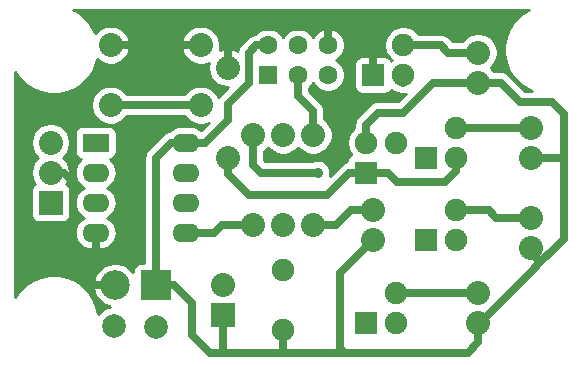
<source format=gbl>
G04 #@! TF.GenerationSoftware,KiCad,Pcbnew,(5.1.0)-1*
G04 #@! TF.CreationDate,2020-04-07T09:07:39+01:00*
G04 #@! TF.ProjectId,TV_B_Gone_ML_v1_2,54565f42-5f47-46f6-9e65-5f4d4c5f7631,rev?*
G04 #@! TF.SameCoordinates,Original*
G04 #@! TF.FileFunction,Copper,L2,Bot*
G04 #@! TF.FilePolarity,Positive*
%FSLAX46Y46*%
G04 Gerber Fmt 4.6, Leading zero omitted, Abs format (unit mm)*
G04 Created by KiCad (PCBNEW (5.1.0)-1) date 2020-04-07 09:07:39*
%MOMM*%
%LPD*%
G04 APERTURE LIST*
%ADD10R,2.032000X2.032000*%
%ADD11C,2.032000*%
%ADD12C,1.905000*%
%ADD13R,2.286000X1.574800*%
%ADD14O,2.286000X1.574800*%
%ADD15R,2.499360X2.499360*%
%ADD16C,2.499360*%
%ADD17C,1.998980*%
%ADD18R,1.600200X1.600200*%
%ADD19C,1.600200*%
%ADD20R,1.905000X1.905000*%
%ADD21C,0.889000*%
%ADD22C,0.635000*%
%ADD23C,0.254000*%
G04 APERTURE END LIST*
D10*
X56515000Y-82550000D03*
D11*
X56515000Y-80010000D03*
D12*
X61595000Y-83820000D03*
X61595000Y-78740000D03*
D11*
X69215000Y-76200000D03*
X69215000Y-73660000D03*
D13*
X45720000Y-67945000D03*
D14*
X45720000Y-70485000D03*
X45720000Y-73025000D03*
X45720000Y-75565000D03*
X53340000Y-75565000D03*
X53340000Y-73025000D03*
X53340000Y-70485000D03*
X53340000Y-67945000D03*
D15*
X50800000Y-80010000D03*
D16*
X47371000Y-80010000D03*
D17*
X50800000Y-83566000D03*
X47244000Y-83439000D03*
D18*
X60325000Y-62230000D03*
D19*
X60325000Y-59690000D03*
X62865000Y-62230000D03*
X62865000Y-59690000D03*
X65405000Y-62230000D03*
X65405000Y-59690000D03*
D20*
X68580000Y-70485000D03*
D12*
X71120000Y-67945000D03*
X68580000Y-67945000D03*
D20*
X69215000Y-62230000D03*
D12*
X71755000Y-62230000D03*
X71755000Y-59690000D03*
D20*
X73660000Y-69215000D03*
D12*
X76200000Y-69215000D03*
X76200000Y-66675000D03*
D20*
X73660000Y-76200000D03*
D12*
X76200000Y-76200000D03*
X76200000Y-73660000D03*
D20*
X68580000Y-83185000D03*
D12*
X71120000Y-83185000D03*
X71120000Y-80645000D03*
D11*
X59055000Y-67310000D03*
X59055000Y-74930000D03*
X61595000Y-74930000D03*
X61595000Y-67310000D03*
X56896000Y-69215000D03*
X56896000Y-61595000D03*
X64135000Y-67310000D03*
X64135000Y-74930000D03*
X54610000Y-59690000D03*
X54610000Y-64770000D03*
X46990000Y-59690000D03*
X46990000Y-64770000D03*
D10*
X41910000Y-73025000D03*
D11*
X41910000Y-70485000D03*
X41910000Y-67945000D03*
X78105000Y-83185000D03*
X78105000Y-80645000D03*
X82550000Y-76835000D03*
X82550000Y-74295000D03*
X82550000Y-69215000D03*
X82550000Y-66675000D03*
X78105000Y-62865000D03*
X78105000Y-60325000D03*
D21*
X64516000Y-70485000D03*
D22*
X45720000Y-75565000D02*
X45720000Y-77470000D01*
X45720000Y-77470000D02*
X44577000Y-78613000D01*
X45720000Y-75565000D02*
X45720000Y-76327000D01*
X65405000Y-59690000D02*
X65405000Y-58166000D01*
X65405000Y-58166000D02*
X65405000Y-58293000D01*
X65405000Y-58293000D02*
X65405000Y-58166000D01*
X46990000Y-59690000D02*
X54610000Y-59690000D01*
X56896000Y-61595000D02*
X56896000Y-60071000D01*
X56896000Y-60071000D02*
X58801000Y-58166000D01*
X58801000Y-58166000D02*
X65405000Y-58166000D01*
X67056000Y-58166000D02*
X68580000Y-59690000D01*
X65405000Y-58166000D02*
X67056000Y-58166000D01*
X47371000Y-80010000D02*
X45466000Y-80010000D01*
X43815000Y-71247000D02*
X43815000Y-76073000D01*
X43053000Y-70485000D02*
X43815000Y-71247000D01*
X41910000Y-70485000D02*
X43053000Y-70485000D01*
X45466000Y-80010000D02*
X43815000Y-78359000D01*
X43815000Y-78359000D02*
X43815000Y-77851000D01*
X43815000Y-77851000D02*
X43815000Y-76073000D01*
X69215000Y-62230000D02*
X69215000Y-60325000D01*
X69215000Y-60325000D02*
X68580000Y-59690000D01*
X56515000Y-82550000D02*
X56515000Y-85725000D01*
X56515000Y-85725000D02*
X56515000Y-85471000D01*
X56515000Y-85471000D02*
X56515000Y-85725000D01*
X61595000Y-83820000D02*
X61595000Y-85725000D01*
X61595000Y-85725000D02*
X61595000Y-85471000D01*
X61595000Y-85471000D02*
X61595000Y-85725000D01*
X66421000Y-83312000D02*
X66421000Y-85725000D01*
X66548000Y-85471000D02*
X66548000Y-85725000D01*
X66548000Y-85598000D02*
X66548000Y-85471000D01*
X66421000Y-85725000D02*
X66548000Y-85598000D01*
X50800000Y-80010000D02*
X52324000Y-80010000D01*
X52324000Y-80010000D02*
X53848000Y-81534000D01*
X55372000Y-85725000D02*
X56515000Y-85725000D01*
X56515000Y-85725000D02*
X61595000Y-85725000D01*
X53848000Y-84201000D02*
X55372000Y-85725000D01*
X53848000Y-81534000D02*
X53848000Y-84201000D01*
X61595000Y-85725000D02*
X66548000Y-85725000D01*
X78105000Y-84836000D02*
X78105000Y-83185000D01*
X66548000Y-85725000D02*
X77216000Y-85725000D01*
X77216000Y-85725000D02*
X78105000Y-84836000D01*
X66421000Y-83820000D02*
X66421000Y-83820000D01*
X66421000Y-82423000D02*
X66421000Y-83312000D01*
X66421000Y-83312000D02*
X66421000Y-83820000D01*
X66421000Y-82423000D02*
X66421000Y-78994000D01*
X66421000Y-78994000D02*
X69215000Y-76200000D01*
X84328000Y-64516000D02*
X85344000Y-65532000D01*
X82931000Y-64516000D02*
X84328000Y-64516000D01*
X78105000Y-62865000D02*
X80010000Y-62865000D01*
X81661000Y-64516000D02*
X82931000Y-64516000D01*
X80010000Y-62865000D02*
X81661000Y-64516000D01*
X85344000Y-71501000D02*
X85344000Y-76073000D01*
X85344000Y-76073000D02*
X84582000Y-76835000D01*
X82550000Y-76835000D02*
X82550000Y-77216000D01*
X82550000Y-77216000D02*
X83375500Y-78041500D01*
X82550000Y-78867000D02*
X83375500Y-78041500D01*
X83375500Y-78041500D02*
X84582000Y-76835000D01*
X84582000Y-76835000D02*
X85344000Y-76073000D01*
X78105000Y-83185000D02*
X78232000Y-83185000D01*
X78232000Y-83185000D02*
X82550000Y-78867000D01*
X53340000Y-67945000D02*
X54991000Y-67945000D01*
X58674000Y-60325000D02*
X59309000Y-59690000D01*
X58674000Y-62865000D02*
X58674000Y-60325000D01*
X56896000Y-64643000D02*
X58674000Y-62865000D01*
X56896000Y-66040000D02*
X56896000Y-64643000D01*
X54991000Y-67945000D02*
X56896000Y-66040000D01*
X60325000Y-59690000D02*
X59309000Y-59690000D01*
X54356000Y-67945000D02*
X53340000Y-67945000D01*
X82550000Y-69215000D02*
X85344000Y-69215000D01*
X85344000Y-65532000D02*
X85344000Y-69215000D01*
X85344000Y-69215000D02*
X85344000Y-71501000D01*
X68580000Y-67945000D02*
X68580000Y-66421000D01*
X74295000Y-62865000D02*
X78105000Y-62865000D01*
X71755000Y-65405000D02*
X74295000Y-62865000D01*
X69596000Y-65405000D02*
X71755000Y-65405000D01*
X68580000Y-66421000D02*
X69596000Y-65405000D01*
X50800000Y-80010000D02*
X50800000Y-69215000D01*
X52070000Y-67945000D02*
X53340000Y-67945000D01*
X50800000Y-69215000D02*
X52070000Y-67945000D01*
X71755000Y-59690000D02*
X74930000Y-59690000D01*
X75565000Y-60325000D02*
X78105000Y-60325000D01*
X74930000Y-59690000D02*
X75565000Y-60325000D01*
X82550000Y-66675000D02*
X76200000Y-66675000D01*
X76200000Y-73660000D02*
X78994000Y-73660000D01*
X78994000Y-73660000D02*
X79629000Y-74295000D01*
X82550000Y-74295000D02*
X79629000Y-74295000D01*
X78105000Y-80645000D02*
X71120000Y-80645000D01*
X64135000Y-74930000D02*
X66040000Y-74930000D01*
X66040000Y-74930000D02*
X67310000Y-73660000D01*
X64135000Y-74930000D02*
X65151000Y-74930000D01*
X67310000Y-73660000D02*
X69215000Y-73660000D01*
X46990000Y-64770000D02*
X54610000Y-64770000D01*
X53340000Y-75565000D02*
X55753000Y-75565000D01*
X56388000Y-74930000D02*
X59055000Y-74930000D01*
X55753000Y-75565000D02*
X56388000Y-74930000D01*
X64135000Y-67310000D02*
X64135000Y-65278000D01*
X62865000Y-64008000D02*
X62865000Y-62230000D01*
X64135000Y-65278000D02*
X62865000Y-64008000D01*
X56896000Y-69215000D02*
X56896000Y-70612000D01*
X56896000Y-70612000D02*
X58674000Y-72390000D01*
X63627000Y-72390000D02*
X65278000Y-72390000D01*
X67183000Y-70485000D02*
X68580000Y-70485000D01*
X65278000Y-72390000D02*
X67183000Y-70485000D01*
X68580000Y-70485000D02*
X70485000Y-70485000D01*
X70485000Y-70485000D02*
X71247000Y-71247000D01*
X71247000Y-71247000D02*
X75311000Y-71247000D01*
X75311000Y-71247000D02*
X76200000Y-70358000D01*
X76200000Y-70358000D02*
X76200000Y-69215000D01*
X58674000Y-72390000D02*
X63627000Y-72390000D01*
X71755000Y-62230000D02*
X71755000Y-62865000D01*
X59055000Y-69850000D02*
X59055000Y-67310000D01*
X59690000Y-70485000D02*
X59055000Y-69850000D01*
X64516000Y-70485000D02*
X59690000Y-70485000D01*
D23*
G36*
X82296762Y-56746021D02*
G01*
X81682240Y-57156632D01*
X81159632Y-57679240D01*
X80749021Y-58293762D01*
X80466188Y-58976582D01*
X80322000Y-59701460D01*
X80322000Y-60440540D01*
X80466188Y-61165418D01*
X80749021Y-61848238D01*
X81159632Y-62462760D01*
X81682240Y-62985368D01*
X82296762Y-63395979D01*
X82701194Y-63563500D01*
X82055538Y-63563500D01*
X80716607Y-62224569D01*
X80686778Y-62188222D01*
X80541741Y-62069194D01*
X80376269Y-61980748D01*
X80196723Y-61926283D01*
X80056785Y-61912500D01*
X80010000Y-61907892D01*
X79963215Y-61912500D01*
X79454200Y-61912500D01*
X79387415Y-61812549D01*
X79169866Y-61595000D01*
X79387415Y-61377451D01*
X79568097Y-61107042D01*
X79692553Y-60806579D01*
X79756000Y-60487609D01*
X79756000Y-60162391D01*
X79692553Y-59843421D01*
X79568097Y-59542958D01*
X79387415Y-59272549D01*
X79157451Y-59042585D01*
X78887042Y-58861903D01*
X78586579Y-58737447D01*
X78267609Y-58674000D01*
X77942391Y-58674000D01*
X77623421Y-58737447D01*
X77322958Y-58861903D01*
X77052549Y-59042585D01*
X76822585Y-59272549D01*
X76755800Y-59372500D01*
X75959537Y-59372500D01*
X75636608Y-59049570D01*
X75606778Y-59013222D01*
X75461741Y-58894194D01*
X75296269Y-58805748D01*
X75116723Y-58751283D01*
X74976785Y-58737500D01*
X74930000Y-58732892D01*
X74883215Y-58737500D01*
X73027830Y-58737500D01*
X72988092Y-58678028D01*
X72766972Y-58456908D01*
X72506963Y-58283176D01*
X72218057Y-58163507D01*
X71911355Y-58102500D01*
X71598645Y-58102500D01*
X71291943Y-58163507D01*
X71003037Y-58283176D01*
X70743028Y-58456908D01*
X70521908Y-58678028D01*
X70348176Y-58938037D01*
X70228507Y-59226943D01*
X70167500Y-59533645D01*
X70167500Y-59846355D01*
X70228507Y-60153057D01*
X70348176Y-60441963D01*
X70521908Y-60701972D01*
X70743028Y-60923092D01*
X70798265Y-60960000D01*
X70743028Y-60996908D01*
X70739451Y-61000485D01*
X70698037Y-60923006D01*
X70618685Y-60826315D01*
X70521994Y-60746963D01*
X70411680Y-60687998D01*
X70291982Y-60651688D01*
X70167500Y-60639428D01*
X68262500Y-60639428D01*
X68138018Y-60651688D01*
X68018320Y-60687998D01*
X67908006Y-60746963D01*
X67811315Y-60826315D01*
X67731963Y-60923006D01*
X67672998Y-61033320D01*
X67636688Y-61153018D01*
X67624428Y-61277500D01*
X67624428Y-63182500D01*
X67636688Y-63306982D01*
X67672998Y-63426680D01*
X67731963Y-63536994D01*
X67811315Y-63633685D01*
X67908006Y-63713037D01*
X68018320Y-63772002D01*
X68138018Y-63808312D01*
X68262500Y-63820572D01*
X70167500Y-63820572D01*
X70291982Y-63808312D01*
X70411680Y-63772002D01*
X70521994Y-63713037D01*
X70618685Y-63633685D01*
X70698037Y-63536994D01*
X70739451Y-63459515D01*
X70743028Y-63463092D01*
X71003037Y-63636824D01*
X71291943Y-63756493D01*
X71598645Y-63817500D01*
X71708215Y-63817500D01*
X71755000Y-63822108D01*
X71801785Y-63817500D01*
X71911355Y-63817500D01*
X72016346Y-63796616D01*
X71360462Y-64452500D01*
X69642785Y-64452500D01*
X69596000Y-64447892D01*
X69549215Y-64452500D01*
X69409277Y-64466283D01*
X69229731Y-64520748D01*
X69064259Y-64609194D01*
X68919222Y-64728222D01*
X68889398Y-64764563D01*
X67939564Y-65714398D01*
X67903223Y-65744222D01*
X67873399Y-65780563D01*
X67784194Y-65889260D01*
X67695749Y-66054731D01*
X67641283Y-66234278D01*
X67622892Y-66421000D01*
X67627501Y-66467794D01*
X67627501Y-66672170D01*
X67568028Y-66711908D01*
X67346908Y-66933028D01*
X67173176Y-67193037D01*
X67053507Y-67481943D01*
X66992500Y-67788645D01*
X66992500Y-68101355D01*
X67053507Y-68408057D01*
X67173176Y-68696963D01*
X67346908Y-68956972D01*
X67350485Y-68960549D01*
X67273006Y-69001963D01*
X67176315Y-69081315D01*
X67096963Y-69178006D01*
X67037998Y-69288320D01*
X67001688Y-69408018D01*
X66989428Y-69532500D01*
X66989428Y-69548361D01*
X66816731Y-69600748D01*
X66651259Y-69689194D01*
X66506222Y-69808222D01*
X66476397Y-69844564D01*
X65562192Y-70758769D01*
X65595500Y-70591321D01*
X65595500Y-70378679D01*
X65554015Y-70170122D01*
X65472640Y-69973665D01*
X65354502Y-69796859D01*
X65204141Y-69646498D01*
X65027335Y-69528360D01*
X64830878Y-69446985D01*
X64622321Y-69405500D01*
X64409679Y-69405500D01*
X64201122Y-69446985D01*
X64004665Y-69528360D01*
X63998469Y-69532500D01*
X60084537Y-69532500D01*
X60007500Y-69455462D01*
X60007500Y-68659200D01*
X60107451Y-68592415D01*
X60325000Y-68374866D01*
X60542549Y-68592415D01*
X60812958Y-68773097D01*
X61113421Y-68897553D01*
X61432391Y-68961000D01*
X61757609Y-68961000D01*
X62076579Y-68897553D01*
X62377042Y-68773097D01*
X62647451Y-68592415D01*
X62865000Y-68374866D01*
X63082549Y-68592415D01*
X63352958Y-68773097D01*
X63653421Y-68897553D01*
X63972391Y-68961000D01*
X64297609Y-68961000D01*
X64616579Y-68897553D01*
X64917042Y-68773097D01*
X65187451Y-68592415D01*
X65417415Y-68362451D01*
X65598097Y-68092042D01*
X65722553Y-67791579D01*
X65786000Y-67472609D01*
X65786000Y-67147391D01*
X65722553Y-66828421D01*
X65598097Y-66527958D01*
X65417415Y-66257549D01*
X65187451Y-66027585D01*
X65087500Y-65960800D01*
X65087500Y-65324784D01*
X65092108Y-65277999D01*
X65073717Y-65091277D01*
X65057777Y-65038731D01*
X65019252Y-64911731D01*
X64930806Y-64746259D01*
X64811778Y-64601222D01*
X64775436Y-64571397D01*
X63817500Y-63613462D01*
X63817500Y-63307038D01*
X63979715Y-63144823D01*
X64135000Y-62912422D01*
X64290285Y-63144823D01*
X64490177Y-63344715D01*
X64725225Y-63501769D01*
X64986397Y-63609950D01*
X65263655Y-63665100D01*
X65546345Y-63665100D01*
X65823603Y-63609950D01*
X66084775Y-63501769D01*
X66319823Y-63344715D01*
X66519715Y-63144823D01*
X66676769Y-62909775D01*
X66784950Y-62648603D01*
X66840100Y-62371345D01*
X66840100Y-62088655D01*
X66784950Y-61811397D01*
X66676769Y-61550225D01*
X66519715Y-61315177D01*
X66319823Y-61115285D01*
X66087422Y-60960000D01*
X66319823Y-60804715D01*
X66519715Y-60604823D01*
X66676769Y-60369775D01*
X66784950Y-60108603D01*
X66840100Y-59831345D01*
X66840100Y-59548655D01*
X66784950Y-59271397D01*
X66676769Y-59010225D01*
X66519715Y-58775177D01*
X66319823Y-58575285D01*
X66084775Y-58418231D01*
X65823603Y-58310050D01*
X65546345Y-58254900D01*
X65263655Y-58254900D01*
X64986397Y-58310050D01*
X64725225Y-58418231D01*
X64490177Y-58575285D01*
X64290285Y-58775177D01*
X64135000Y-59007578D01*
X63979715Y-58775177D01*
X63779823Y-58575285D01*
X63544775Y-58418231D01*
X63283603Y-58310050D01*
X63006345Y-58254900D01*
X62723655Y-58254900D01*
X62446397Y-58310050D01*
X62185225Y-58418231D01*
X61950177Y-58575285D01*
X61750285Y-58775177D01*
X61595000Y-59007578D01*
X61439715Y-58775177D01*
X61239823Y-58575285D01*
X61004775Y-58418231D01*
X60743603Y-58310050D01*
X60466345Y-58254900D01*
X60183655Y-58254900D01*
X59906397Y-58310050D01*
X59645225Y-58418231D01*
X59410177Y-58575285D01*
X59246405Y-58739057D01*
X59122277Y-58751283D01*
X59032504Y-58778516D01*
X58942730Y-58805748D01*
X58887663Y-58835182D01*
X58777259Y-58894194D01*
X58632222Y-59013222D01*
X58602389Y-59049574D01*
X58033565Y-59618397D01*
X57997223Y-59648222D01*
X57967399Y-59684563D01*
X57878194Y-59793260D01*
X57789749Y-59958731D01*
X57735283Y-60138278D01*
X57732338Y-60168182D01*
X57678042Y-60131903D01*
X57377579Y-60007447D01*
X57058609Y-59944000D01*
X56733391Y-59944000D01*
X56414421Y-60007447D01*
X56213660Y-60090605D01*
X56261000Y-59852609D01*
X56261000Y-59527391D01*
X56197553Y-59208421D01*
X56073097Y-58907958D01*
X55892415Y-58637549D01*
X55662451Y-58407585D01*
X55392042Y-58226903D01*
X55091579Y-58102447D01*
X54772609Y-58039000D01*
X54447391Y-58039000D01*
X54128421Y-58102447D01*
X53827958Y-58226903D01*
X53557549Y-58407585D01*
X53327585Y-58637549D01*
X53146903Y-58907958D01*
X53022447Y-59208421D01*
X52959000Y-59527391D01*
X52959000Y-59852609D01*
X53022447Y-60171579D01*
X53146903Y-60472042D01*
X53327585Y-60742451D01*
X53557549Y-60972415D01*
X53827958Y-61153097D01*
X54128421Y-61277553D01*
X54447391Y-61341000D01*
X54772609Y-61341000D01*
X55091579Y-61277553D01*
X55292340Y-61194395D01*
X55245000Y-61432391D01*
X55245000Y-61757609D01*
X55308447Y-62076579D01*
X55432903Y-62377042D01*
X55613585Y-62647451D01*
X55843549Y-62877415D01*
X56113958Y-63058097D01*
X56414421Y-63182553D01*
X56733391Y-63246000D01*
X56945962Y-63246000D01*
X56255564Y-63936398D01*
X56219223Y-63966222D01*
X56189399Y-64002563D01*
X56116128Y-64091844D01*
X56073097Y-63987958D01*
X55892415Y-63717549D01*
X55662451Y-63487585D01*
X55392042Y-63306903D01*
X55091579Y-63182447D01*
X54772609Y-63119000D01*
X54447391Y-63119000D01*
X54128421Y-63182447D01*
X53827958Y-63306903D01*
X53557549Y-63487585D01*
X53327585Y-63717549D01*
X53260800Y-63817500D01*
X48339200Y-63817500D01*
X48272415Y-63717549D01*
X48042451Y-63487585D01*
X47772042Y-63306903D01*
X47471579Y-63182447D01*
X47152609Y-63119000D01*
X46827391Y-63119000D01*
X46508421Y-63182447D01*
X46207958Y-63306903D01*
X45937549Y-63487585D01*
X45707585Y-63717549D01*
X45526903Y-63987958D01*
X45402447Y-64288421D01*
X45339000Y-64607391D01*
X45339000Y-64932609D01*
X45402447Y-65251579D01*
X45526903Y-65552042D01*
X45707585Y-65822451D01*
X45937549Y-66052415D01*
X46207958Y-66233097D01*
X46508421Y-66357553D01*
X46827391Y-66421000D01*
X47152609Y-66421000D01*
X47471579Y-66357553D01*
X47772042Y-66233097D01*
X48042451Y-66052415D01*
X48272415Y-65822451D01*
X48339200Y-65722500D01*
X53260800Y-65722500D01*
X53327585Y-65822451D01*
X53557549Y-66052415D01*
X53827958Y-66233097D01*
X54128421Y-66357553D01*
X54447391Y-66421000D01*
X54772609Y-66421000D01*
X55091579Y-66357553D01*
X55330283Y-66258678D01*
X54677893Y-66911069D01*
X54489667Y-66756595D01*
X54242563Y-66624516D01*
X53974439Y-66543181D01*
X53765475Y-66522600D01*
X52914525Y-66522600D01*
X52705561Y-66543181D01*
X52437437Y-66624516D01*
X52190333Y-66756595D01*
X51973745Y-66934345D01*
X51917471Y-67002915D01*
X51883277Y-67006283D01*
X51703731Y-67060748D01*
X51538259Y-67149194D01*
X51393222Y-67268222D01*
X51363398Y-67304563D01*
X50159564Y-68508398D01*
X50123223Y-68538222D01*
X50093399Y-68574563D01*
X50004194Y-68683260D01*
X49915749Y-68848731D01*
X49861283Y-69028278D01*
X49842892Y-69215000D01*
X49847501Y-69261795D01*
X49847500Y-78122248D01*
X49550320Y-78122248D01*
X49425838Y-78134508D01*
X49306140Y-78170818D01*
X49195826Y-78229783D01*
X49099135Y-78309135D01*
X49019783Y-78405826D01*
X48960818Y-78516140D01*
X48924508Y-78635838D01*
X48912248Y-78760320D01*
X48912248Y-78924307D01*
X48834926Y-78808587D01*
X48572413Y-78546074D01*
X48263731Y-78339818D01*
X47920741Y-78197747D01*
X47556625Y-78125320D01*
X47185375Y-78125320D01*
X46821259Y-78197747D01*
X46478269Y-78339818D01*
X46169587Y-78546074D01*
X45907074Y-78808587D01*
X45700818Y-79117269D01*
X45558747Y-79460259D01*
X45486320Y-79824375D01*
X45486320Y-80195625D01*
X45558747Y-80559741D01*
X45700818Y-80902731D01*
X45907074Y-81211413D01*
X46169587Y-81473926D01*
X46478269Y-81680182D01*
X46821259Y-81822253D01*
X46907537Y-81839415D01*
X46767237Y-81867322D01*
X46469778Y-81990533D01*
X46202073Y-82169408D01*
X45974408Y-82397073D01*
X45904201Y-82502145D01*
X45771812Y-81836582D01*
X45488979Y-81153762D01*
X45078368Y-80539240D01*
X44555760Y-80016632D01*
X43941238Y-79606021D01*
X43258418Y-79323188D01*
X42533540Y-79179000D01*
X41794460Y-79179000D01*
X41069582Y-79323188D01*
X40386762Y-79606021D01*
X39772240Y-80016632D01*
X39249632Y-80539240D01*
X38925500Y-81024337D01*
X38925500Y-72009000D01*
X40255928Y-72009000D01*
X40255928Y-74041000D01*
X40268188Y-74165482D01*
X40304498Y-74285180D01*
X40363463Y-74395494D01*
X40442815Y-74492185D01*
X40539506Y-74571537D01*
X40649820Y-74630502D01*
X40769518Y-74666812D01*
X40894000Y-74679072D01*
X42926000Y-74679072D01*
X43050482Y-74666812D01*
X43170180Y-74630502D01*
X43280494Y-74571537D01*
X43377185Y-74492185D01*
X43456537Y-74395494D01*
X43515502Y-74285180D01*
X43551812Y-74165482D01*
X43564072Y-74041000D01*
X43564072Y-72009000D01*
X43551812Y-71884518D01*
X43515502Y-71764820D01*
X43456537Y-71654506D01*
X43377185Y-71557815D01*
X43280494Y-71478463D01*
X43244636Y-71459296D01*
X43373097Y-71267042D01*
X43497553Y-70966579D01*
X43561000Y-70647609D01*
X43561000Y-70485000D01*
X43935118Y-70485000D01*
X43962581Y-70763839D01*
X44043916Y-71031963D01*
X44175995Y-71279067D01*
X44353745Y-71495655D01*
X44570333Y-71673405D01*
X44722987Y-71755000D01*
X44570333Y-71836595D01*
X44353745Y-72014345D01*
X44175995Y-72230933D01*
X44043916Y-72478037D01*
X43962581Y-72746161D01*
X43935118Y-73025000D01*
X43962581Y-73303839D01*
X44043916Y-73571963D01*
X44175995Y-73819067D01*
X44353745Y-74035655D01*
X44570333Y-74213405D01*
X44722987Y-74295000D01*
X44570333Y-74376595D01*
X44353745Y-74554345D01*
X44175995Y-74770933D01*
X44043916Y-75018037D01*
X43962581Y-75286161D01*
X43935118Y-75565000D01*
X43962581Y-75843839D01*
X44043916Y-76111963D01*
X44175995Y-76359067D01*
X44353745Y-76575655D01*
X44570333Y-76753405D01*
X44817437Y-76885484D01*
X45085561Y-76966819D01*
X45294525Y-76987400D01*
X46145475Y-76987400D01*
X46354439Y-76966819D01*
X46622563Y-76885484D01*
X46869667Y-76753405D01*
X47086255Y-76575655D01*
X47264005Y-76359067D01*
X47396084Y-76111963D01*
X47477419Y-75843839D01*
X47504882Y-75565000D01*
X47477419Y-75286161D01*
X47396084Y-75018037D01*
X47264005Y-74770933D01*
X47086255Y-74554345D01*
X46869667Y-74376595D01*
X46717013Y-74295000D01*
X46869667Y-74213405D01*
X47086255Y-74035655D01*
X47264005Y-73819067D01*
X47396084Y-73571963D01*
X47477419Y-73303839D01*
X47504882Y-73025000D01*
X47477419Y-72746161D01*
X47396084Y-72478037D01*
X47264005Y-72230933D01*
X47086255Y-72014345D01*
X46869667Y-71836595D01*
X46717013Y-71755000D01*
X46869667Y-71673405D01*
X47086255Y-71495655D01*
X47264005Y-71279067D01*
X47396084Y-71031963D01*
X47477419Y-70763839D01*
X47504882Y-70485000D01*
X47477419Y-70206161D01*
X47396084Y-69938037D01*
X47264005Y-69690933D01*
X47086255Y-69474345D01*
X46949326Y-69361970D01*
X46987482Y-69358212D01*
X47107180Y-69321902D01*
X47217494Y-69262937D01*
X47314185Y-69183585D01*
X47393537Y-69086894D01*
X47452502Y-68976580D01*
X47488812Y-68856882D01*
X47501072Y-68732400D01*
X47501072Y-67157600D01*
X47488812Y-67033118D01*
X47452502Y-66913420D01*
X47393537Y-66803106D01*
X47314185Y-66706415D01*
X47217494Y-66627063D01*
X47107180Y-66568098D01*
X46987482Y-66531788D01*
X46863000Y-66519528D01*
X44577000Y-66519528D01*
X44452518Y-66531788D01*
X44332820Y-66568098D01*
X44222506Y-66627063D01*
X44125815Y-66706415D01*
X44046463Y-66803106D01*
X43987498Y-66913420D01*
X43951188Y-67033118D01*
X43938928Y-67157600D01*
X43938928Y-68732400D01*
X43951188Y-68856882D01*
X43987498Y-68976580D01*
X44046463Y-69086894D01*
X44125815Y-69183585D01*
X44222506Y-69262937D01*
X44332820Y-69321902D01*
X44452518Y-69358212D01*
X44490674Y-69361970D01*
X44353745Y-69474345D01*
X44175995Y-69690933D01*
X44043916Y-69938037D01*
X43962581Y-70206161D01*
X43935118Y-70485000D01*
X43561000Y-70485000D01*
X43561000Y-70322391D01*
X43497553Y-70003421D01*
X43373097Y-69702958D01*
X43192415Y-69432549D01*
X42974866Y-69215000D01*
X43192415Y-68997451D01*
X43373097Y-68727042D01*
X43497553Y-68426579D01*
X43561000Y-68107609D01*
X43561000Y-67782391D01*
X43497553Y-67463421D01*
X43373097Y-67162958D01*
X43192415Y-66892549D01*
X42962451Y-66662585D01*
X42692042Y-66481903D01*
X42391579Y-66357447D01*
X42072609Y-66294000D01*
X41747391Y-66294000D01*
X41428421Y-66357447D01*
X41127958Y-66481903D01*
X40857549Y-66662585D01*
X40627585Y-66892549D01*
X40446903Y-67162958D01*
X40322447Y-67463421D01*
X40259000Y-67782391D01*
X40259000Y-68107609D01*
X40322447Y-68426579D01*
X40446903Y-68727042D01*
X40627585Y-68997451D01*
X40845134Y-69215000D01*
X40627585Y-69432549D01*
X40446903Y-69702958D01*
X40322447Y-70003421D01*
X40259000Y-70322391D01*
X40259000Y-70647609D01*
X40322447Y-70966579D01*
X40446903Y-71267042D01*
X40575364Y-71459296D01*
X40539506Y-71478463D01*
X40442815Y-71557815D01*
X40363463Y-71654506D01*
X40304498Y-71764820D01*
X40268188Y-71884518D01*
X40255928Y-72009000D01*
X38925500Y-72009000D01*
X38925500Y-61977663D01*
X39249632Y-62462760D01*
X39772240Y-62985368D01*
X40386762Y-63395979D01*
X41069582Y-63678812D01*
X41794460Y-63823000D01*
X42533540Y-63823000D01*
X43258418Y-63678812D01*
X43941238Y-63395979D01*
X44555760Y-62985368D01*
X45078368Y-62462760D01*
X45488979Y-61848238D01*
X45771812Y-61165418D01*
X45831331Y-60866197D01*
X45937549Y-60972415D01*
X46207958Y-61153097D01*
X46508421Y-61277553D01*
X46827391Y-61341000D01*
X47152609Y-61341000D01*
X47471579Y-61277553D01*
X47772042Y-61153097D01*
X48042451Y-60972415D01*
X48272415Y-60742451D01*
X48453097Y-60472042D01*
X48577553Y-60171579D01*
X48641000Y-59852609D01*
X48641000Y-59527391D01*
X48577553Y-59208421D01*
X48453097Y-58907958D01*
X48272415Y-58637549D01*
X48042451Y-58407585D01*
X47772042Y-58226903D01*
X47471579Y-58102447D01*
X47152609Y-58039000D01*
X46827391Y-58039000D01*
X46508421Y-58102447D01*
X46207958Y-58226903D01*
X45937549Y-58407585D01*
X45707585Y-58637549D01*
X45660542Y-58707953D01*
X45488979Y-58293762D01*
X45078368Y-57679240D01*
X44555760Y-57156632D01*
X43941238Y-56746021D01*
X43843412Y-56705500D01*
X82394588Y-56705500D01*
X82296762Y-56746021D01*
X82296762Y-56746021D01*
G37*
X82296762Y-56746021D02*
X81682240Y-57156632D01*
X81159632Y-57679240D01*
X80749021Y-58293762D01*
X80466188Y-58976582D01*
X80322000Y-59701460D01*
X80322000Y-60440540D01*
X80466188Y-61165418D01*
X80749021Y-61848238D01*
X81159632Y-62462760D01*
X81682240Y-62985368D01*
X82296762Y-63395979D01*
X82701194Y-63563500D01*
X82055538Y-63563500D01*
X80716607Y-62224569D01*
X80686778Y-62188222D01*
X80541741Y-62069194D01*
X80376269Y-61980748D01*
X80196723Y-61926283D01*
X80056785Y-61912500D01*
X80010000Y-61907892D01*
X79963215Y-61912500D01*
X79454200Y-61912500D01*
X79387415Y-61812549D01*
X79169866Y-61595000D01*
X79387415Y-61377451D01*
X79568097Y-61107042D01*
X79692553Y-60806579D01*
X79756000Y-60487609D01*
X79756000Y-60162391D01*
X79692553Y-59843421D01*
X79568097Y-59542958D01*
X79387415Y-59272549D01*
X79157451Y-59042585D01*
X78887042Y-58861903D01*
X78586579Y-58737447D01*
X78267609Y-58674000D01*
X77942391Y-58674000D01*
X77623421Y-58737447D01*
X77322958Y-58861903D01*
X77052549Y-59042585D01*
X76822585Y-59272549D01*
X76755800Y-59372500D01*
X75959537Y-59372500D01*
X75636608Y-59049570D01*
X75606778Y-59013222D01*
X75461741Y-58894194D01*
X75296269Y-58805748D01*
X75116723Y-58751283D01*
X74976785Y-58737500D01*
X74930000Y-58732892D01*
X74883215Y-58737500D01*
X73027830Y-58737500D01*
X72988092Y-58678028D01*
X72766972Y-58456908D01*
X72506963Y-58283176D01*
X72218057Y-58163507D01*
X71911355Y-58102500D01*
X71598645Y-58102500D01*
X71291943Y-58163507D01*
X71003037Y-58283176D01*
X70743028Y-58456908D01*
X70521908Y-58678028D01*
X70348176Y-58938037D01*
X70228507Y-59226943D01*
X70167500Y-59533645D01*
X70167500Y-59846355D01*
X70228507Y-60153057D01*
X70348176Y-60441963D01*
X70521908Y-60701972D01*
X70743028Y-60923092D01*
X70798265Y-60960000D01*
X70743028Y-60996908D01*
X70739451Y-61000485D01*
X70698037Y-60923006D01*
X70618685Y-60826315D01*
X70521994Y-60746963D01*
X70411680Y-60687998D01*
X70291982Y-60651688D01*
X70167500Y-60639428D01*
X68262500Y-60639428D01*
X68138018Y-60651688D01*
X68018320Y-60687998D01*
X67908006Y-60746963D01*
X67811315Y-60826315D01*
X67731963Y-60923006D01*
X67672998Y-61033320D01*
X67636688Y-61153018D01*
X67624428Y-61277500D01*
X67624428Y-63182500D01*
X67636688Y-63306982D01*
X67672998Y-63426680D01*
X67731963Y-63536994D01*
X67811315Y-63633685D01*
X67908006Y-63713037D01*
X68018320Y-63772002D01*
X68138018Y-63808312D01*
X68262500Y-63820572D01*
X70167500Y-63820572D01*
X70291982Y-63808312D01*
X70411680Y-63772002D01*
X70521994Y-63713037D01*
X70618685Y-63633685D01*
X70698037Y-63536994D01*
X70739451Y-63459515D01*
X70743028Y-63463092D01*
X71003037Y-63636824D01*
X71291943Y-63756493D01*
X71598645Y-63817500D01*
X71708215Y-63817500D01*
X71755000Y-63822108D01*
X71801785Y-63817500D01*
X71911355Y-63817500D01*
X72016346Y-63796616D01*
X71360462Y-64452500D01*
X69642785Y-64452500D01*
X69596000Y-64447892D01*
X69549215Y-64452500D01*
X69409277Y-64466283D01*
X69229731Y-64520748D01*
X69064259Y-64609194D01*
X68919222Y-64728222D01*
X68889398Y-64764563D01*
X67939564Y-65714398D01*
X67903223Y-65744222D01*
X67873399Y-65780563D01*
X67784194Y-65889260D01*
X67695749Y-66054731D01*
X67641283Y-66234278D01*
X67622892Y-66421000D01*
X67627501Y-66467794D01*
X67627501Y-66672170D01*
X67568028Y-66711908D01*
X67346908Y-66933028D01*
X67173176Y-67193037D01*
X67053507Y-67481943D01*
X66992500Y-67788645D01*
X66992500Y-68101355D01*
X67053507Y-68408057D01*
X67173176Y-68696963D01*
X67346908Y-68956972D01*
X67350485Y-68960549D01*
X67273006Y-69001963D01*
X67176315Y-69081315D01*
X67096963Y-69178006D01*
X67037998Y-69288320D01*
X67001688Y-69408018D01*
X66989428Y-69532500D01*
X66989428Y-69548361D01*
X66816731Y-69600748D01*
X66651259Y-69689194D01*
X66506222Y-69808222D01*
X66476397Y-69844564D01*
X65562192Y-70758769D01*
X65595500Y-70591321D01*
X65595500Y-70378679D01*
X65554015Y-70170122D01*
X65472640Y-69973665D01*
X65354502Y-69796859D01*
X65204141Y-69646498D01*
X65027335Y-69528360D01*
X64830878Y-69446985D01*
X64622321Y-69405500D01*
X64409679Y-69405500D01*
X64201122Y-69446985D01*
X64004665Y-69528360D01*
X63998469Y-69532500D01*
X60084537Y-69532500D01*
X60007500Y-69455462D01*
X60007500Y-68659200D01*
X60107451Y-68592415D01*
X60325000Y-68374866D01*
X60542549Y-68592415D01*
X60812958Y-68773097D01*
X61113421Y-68897553D01*
X61432391Y-68961000D01*
X61757609Y-68961000D01*
X62076579Y-68897553D01*
X62377042Y-68773097D01*
X62647451Y-68592415D01*
X62865000Y-68374866D01*
X63082549Y-68592415D01*
X63352958Y-68773097D01*
X63653421Y-68897553D01*
X63972391Y-68961000D01*
X64297609Y-68961000D01*
X64616579Y-68897553D01*
X64917042Y-68773097D01*
X65187451Y-68592415D01*
X65417415Y-68362451D01*
X65598097Y-68092042D01*
X65722553Y-67791579D01*
X65786000Y-67472609D01*
X65786000Y-67147391D01*
X65722553Y-66828421D01*
X65598097Y-66527958D01*
X65417415Y-66257549D01*
X65187451Y-66027585D01*
X65087500Y-65960800D01*
X65087500Y-65324784D01*
X65092108Y-65277999D01*
X65073717Y-65091277D01*
X65057777Y-65038731D01*
X65019252Y-64911731D01*
X64930806Y-64746259D01*
X64811778Y-64601222D01*
X64775436Y-64571397D01*
X63817500Y-63613462D01*
X63817500Y-63307038D01*
X63979715Y-63144823D01*
X64135000Y-62912422D01*
X64290285Y-63144823D01*
X64490177Y-63344715D01*
X64725225Y-63501769D01*
X64986397Y-63609950D01*
X65263655Y-63665100D01*
X65546345Y-63665100D01*
X65823603Y-63609950D01*
X66084775Y-63501769D01*
X66319823Y-63344715D01*
X66519715Y-63144823D01*
X66676769Y-62909775D01*
X66784950Y-62648603D01*
X66840100Y-62371345D01*
X66840100Y-62088655D01*
X66784950Y-61811397D01*
X66676769Y-61550225D01*
X66519715Y-61315177D01*
X66319823Y-61115285D01*
X66087422Y-60960000D01*
X66319823Y-60804715D01*
X66519715Y-60604823D01*
X66676769Y-60369775D01*
X66784950Y-60108603D01*
X66840100Y-59831345D01*
X66840100Y-59548655D01*
X66784950Y-59271397D01*
X66676769Y-59010225D01*
X66519715Y-58775177D01*
X66319823Y-58575285D01*
X66084775Y-58418231D01*
X65823603Y-58310050D01*
X65546345Y-58254900D01*
X65263655Y-58254900D01*
X64986397Y-58310050D01*
X64725225Y-58418231D01*
X64490177Y-58575285D01*
X64290285Y-58775177D01*
X64135000Y-59007578D01*
X63979715Y-58775177D01*
X63779823Y-58575285D01*
X63544775Y-58418231D01*
X63283603Y-58310050D01*
X63006345Y-58254900D01*
X62723655Y-58254900D01*
X62446397Y-58310050D01*
X62185225Y-58418231D01*
X61950177Y-58575285D01*
X61750285Y-58775177D01*
X61595000Y-59007578D01*
X61439715Y-58775177D01*
X61239823Y-58575285D01*
X61004775Y-58418231D01*
X60743603Y-58310050D01*
X60466345Y-58254900D01*
X60183655Y-58254900D01*
X59906397Y-58310050D01*
X59645225Y-58418231D01*
X59410177Y-58575285D01*
X59246405Y-58739057D01*
X59122277Y-58751283D01*
X59032504Y-58778516D01*
X58942730Y-58805748D01*
X58887663Y-58835182D01*
X58777259Y-58894194D01*
X58632222Y-59013222D01*
X58602389Y-59049574D01*
X58033565Y-59618397D01*
X57997223Y-59648222D01*
X57967399Y-59684563D01*
X57878194Y-59793260D01*
X57789749Y-59958731D01*
X57735283Y-60138278D01*
X57732338Y-60168182D01*
X57678042Y-60131903D01*
X57377579Y-60007447D01*
X57058609Y-59944000D01*
X56733391Y-59944000D01*
X56414421Y-60007447D01*
X56213660Y-60090605D01*
X56261000Y-59852609D01*
X56261000Y-59527391D01*
X56197553Y-59208421D01*
X56073097Y-58907958D01*
X55892415Y-58637549D01*
X55662451Y-58407585D01*
X55392042Y-58226903D01*
X55091579Y-58102447D01*
X54772609Y-58039000D01*
X54447391Y-58039000D01*
X54128421Y-58102447D01*
X53827958Y-58226903D01*
X53557549Y-58407585D01*
X53327585Y-58637549D01*
X53146903Y-58907958D01*
X53022447Y-59208421D01*
X52959000Y-59527391D01*
X52959000Y-59852609D01*
X53022447Y-60171579D01*
X53146903Y-60472042D01*
X53327585Y-60742451D01*
X53557549Y-60972415D01*
X53827958Y-61153097D01*
X54128421Y-61277553D01*
X54447391Y-61341000D01*
X54772609Y-61341000D01*
X55091579Y-61277553D01*
X55292340Y-61194395D01*
X55245000Y-61432391D01*
X55245000Y-61757609D01*
X55308447Y-62076579D01*
X55432903Y-62377042D01*
X55613585Y-62647451D01*
X55843549Y-62877415D01*
X56113958Y-63058097D01*
X56414421Y-63182553D01*
X56733391Y-63246000D01*
X56945962Y-63246000D01*
X56255564Y-63936398D01*
X56219223Y-63966222D01*
X56189399Y-64002563D01*
X56116128Y-64091844D01*
X56073097Y-63987958D01*
X55892415Y-63717549D01*
X55662451Y-63487585D01*
X55392042Y-63306903D01*
X55091579Y-63182447D01*
X54772609Y-63119000D01*
X54447391Y-63119000D01*
X54128421Y-63182447D01*
X53827958Y-63306903D01*
X53557549Y-63487585D01*
X53327585Y-63717549D01*
X53260800Y-63817500D01*
X48339200Y-63817500D01*
X48272415Y-63717549D01*
X48042451Y-63487585D01*
X47772042Y-63306903D01*
X47471579Y-63182447D01*
X47152609Y-63119000D01*
X46827391Y-63119000D01*
X46508421Y-63182447D01*
X46207958Y-63306903D01*
X45937549Y-63487585D01*
X45707585Y-63717549D01*
X45526903Y-63987958D01*
X45402447Y-64288421D01*
X45339000Y-64607391D01*
X45339000Y-64932609D01*
X45402447Y-65251579D01*
X45526903Y-65552042D01*
X45707585Y-65822451D01*
X45937549Y-66052415D01*
X46207958Y-66233097D01*
X46508421Y-66357553D01*
X46827391Y-66421000D01*
X47152609Y-66421000D01*
X47471579Y-66357553D01*
X47772042Y-66233097D01*
X48042451Y-66052415D01*
X48272415Y-65822451D01*
X48339200Y-65722500D01*
X53260800Y-65722500D01*
X53327585Y-65822451D01*
X53557549Y-66052415D01*
X53827958Y-66233097D01*
X54128421Y-66357553D01*
X54447391Y-66421000D01*
X54772609Y-66421000D01*
X55091579Y-66357553D01*
X55330283Y-66258678D01*
X54677893Y-66911069D01*
X54489667Y-66756595D01*
X54242563Y-66624516D01*
X53974439Y-66543181D01*
X53765475Y-66522600D01*
X52914525Y-66522600D01*
X52705561Y-66543181D01*
X52437437Y-66624516D01*
X52190333Y-66756595D01*
X51973745Y-66934345D01*
X51917471Y-67002915D01*
X51883277Y-67006283D01*
X51703731Y-67060748D01*
X51538259Y-67149194D01*
X51393222Y-67268222D01*
X51363398Y-67304563D01*
X50159564Y-68508398D01*
X50123223Y-68538222D01*
X50093399Y-68574563D01*
X50004194Y-68683260D01*
X49915749Y-68848731D01*
X49861283Y-69028278D01*
X49842892Y-69215000D01*
X49847501Y-69261795D01*
X49847500Y-78122248D01*
X49550320Y-78122248D01*
X49425838Y-78134508D01*
X49306140Y-78170818D01*
X49195826Y-78229783D01*
X49099135Y-78309135D01*
X49019783Y-78405826D01*
X48960818Y-78516140D01*
X48924508Y-78635838D01*
X48912248Y-78760320D01*
X48912248Y-78924307D01*
X48834926Y-78808587D01*
X48572413Y-78546074D01*
X48263731Y-78339818D01*
X47920741Y-78197747D01*
X47556625Y-78125320D01*
X47185375Y-78125320D01*
X46821259Y-78197747D01*
X46478269Y-78339818D01*
X46169587Y-78546074D01*
X45907074Y-78808587D01*
X45700818Y-79117269D01*
X45558747Y-79460259D01*
X45486320Y-79824375D01*
X45486320Y-80195625D01*
X45558747Y-80559741D01*
X45700818Y-80902731D01*
X45907074Y-81211413D01*
X46169587Y-81473926D01*
X46478269Y-81680182D01*
X46821259Y-81822253D01*
X46907537Y-81839415D01*
X46767237Y-81867322D01*
X46469778Y-81990533D01*
X46202073Y-82169408D01*
X45974408Y-82397073D01*
X45904201Y-82502145D01*
X45771812Y-81836582D01*
X45488979Y-81153762D01*
X45078368Y-80539240D01*
X44555760Y-80016632D01*
X43941238Y-79606021D01*
X43258418Y-79323188D01*
X42533540Y-79179000D01*
X41794460Y-79179000D01*
X41069582Y-79323188D01*
X40386762Y-79606021D01*
X39772240Y-80016632D01*
X39249632Y-80539240D01*
X38925500Y-81024337D01*
X38925500Y-72009000D01*
X40255928Y-72009000D01*
X40255928Y-74041000D01*
X40268188Y-74165482D01*
X40304498Y-74285180D01*
X40363463Y-74395494D01*
X40442815Y-74492185D01*
X40539506Y-74571537D01*
X40649820Y-74630502D01*
X40769518Y-74666812D01*
X40894000Y-74679072D01*
X42926000Y-74679072D01*
X43050482Y-74666812D01*
X43170180Y-74630502D01*
X43280494Y-74571537D01*
X43377185Y-74492185D01*
X43456537Y-74395494D01*
X43515502Y-74285180D01*
X43551812Y-74165482D01*
X43564072Y-74041000D01*
X43564072Y-72009000D01*
X43551812Y-71884518D01*
X43515502Y-71764820D01*
X43456537Y-71654506D01*
X43377185Y-71557815D01*
X43280494Y-71478463D01*
X43244636Y-71459296D01*
X43373097Y-71267042D01*
X43497553Y-70966579D01*
X43561000Y-70647609D01*
X43561000Y-70485000D01*
X43935118Y-70485000D01*
X43962581Y-70763839D01*
X44043916Y-71031963D01*
X44175995Y-71279067D01*
X44353745Y-71495655D01*
X44570333Y-71673405D01*
X44722987Y-71755000D01*
X44570333Y-71836595D01*
X44353745Y-72014345D01*
X44175995Y-72230933D01*
X44043916Y-72478037D01*
X43962581Y-72746161D01*
X43935118Y-73025000D01*
X43962581Y-73303839D01*
X44043916Y-73571963D01*
X44175995Y-73819067D01*
X44353745Y-74035655D01*
X44570333Y-74213405D01*
X44722987Y-74295000D01*
X44570333Y-74376595D01*
X44353745Y-74554345D01*
X44175995Y-74770933D01*
X44043916Y-75018037D01*
X43962581Y-75286161D01*
X43935118Y-75565000D01*
X43962581Y-75843839D01*
X44043916Y-76111963D01*
X44175995Y-76359067D01*
X44353745Y-76575655D01*
X44570333Y-76753405D01*
X44817437Y-76885484D01*
X45085561Y-76966819D01*
X45294525Y-76987400D01*
X46145475Y-76987400D01*
X46354439Y-76966819D01*
X46622563Y-76885484D01*
X46869667Y-76753405D01*
X47086255Y-76575655D01*
X47264005Y-76359067D01*
X47396084Y-76111963D01*
X47477419Y-75843839D01*
X47504882Y-75565000D01*
X47477419Y-75286161D01*
X47396084Y-75018037D01*
X47264005Y-74770933D01*
X47086255Y-74554345D01*
X46869667Y-74376595D01*
X46717013Y-74295000D01*
X46869667Y-74213405D01*
X47086255Y-74035655D01*
X47264005Y-73819067D01*
X47396084Y-73571963D01*
X47477419Y-73303839D01*
X47504882Y-73025000D01*
X47477419Y-72746161D01*
X47396084Y-72478037D01*
X47264005Y-72230933D01*
X47086255Y-72014345D01*
X46869667Y-71836595D01*
X46717013Y-71755000D01*
X46869667Y-71673405D01*
X47086255Y-71495655D01*
X47264005Y-71279067D01*
X47396084Y-71031963D01*
X47477419Y-70763839D01*
X47504882Y-70485000D01*
X47477419Y-70206161D01*
X47396084Y-69938037D01*
X47264005Y-69690933D01*
X47086255Y-69474345D01*
X46949326Y-69361970D01*
X46987482Y-69358212D01*
X47107180Y-69321902D01*
X47217494Y-69262937D01*
X47314185Y-69183585D01*
X47393537Y-69086894D01*
X47452502Y-68976580D01*
X47488812Y-68856882D01*
X47501072Y-68732400D01*
X47501072Y-67157600D01*
X47488812Y-67033118D01*
X47452502Y-66913420D01*
X47393537Y-66803106D01*
X47314185Y-66706415D01*
X47217494Y-66627063D01*
X47107180Y-66568098D01*
X46987482Y-66531788D01*
X46863000Y-66519528D01*
X44577000Y-66519528D01*
X44452518Y-66531788D01*
X44332820Y-66568098D01*
X44222506Y-66627063D01*
X44125815Y-66706415D01*
X44046463Y-66803106D01*
X43987498Y-66913420D01*
X43951188Y-67033118D01*
X43938928Y-67157600D01*
X43938928Y-68732400D01*
X43951188Y-68856882D01*
X43987498Y-68976580D01*
X44046463Y-69086894D01*
X44125815Y-69183585D01*
X44222506Y-69262937D01*
X44332820Y-69321902D01*
X44452518Y-69358212D01*
X44490674Y-69361970D01*
X44353745Y-69474345D01*
X44175995Y-69690933D01*
X44043916Y-69938037D01*
X43962581Y-70206161D01*
X43935118Y-70485000D01*
X43561000Y-70485000D01*
X43561000Y-70322391D01*
X43497553Y-70003421D01*
X43373097Y-69702958D01*
X43192415Y-69432549D01*
X42974866Y-69215000D01*
X43192415Y-68997451D01*
X43373097Y-68727042D01*
X43497553Y-68426579D01*
X43561000Y-68107609D01*
X43561000Y-67782391D01*
X43497553Y-67463421D01*
X43373097Y-67162958D01*
X43192415Y-66892549D01*
X42962451Y-66662585D01*
X42692042Y-66481903D01*
X42391579Y-66357447D01*
X42072609Y-66294000D01*
X41747391Y-66294000D01*
X41428421Y-66357447D01*
X41127958Y-66481903D01*
X40857549Y-66662585D01*
X40627585Y-66892549D01*
X40446903Y-67162958D01*
X40322447Y-67463421D01*
X40259000Y-67782391D01*
X40259000Y-68107609D01*
X40322447Y-68426579D01*
X40446903Y-68727042D01*
X40627585Y-68997451D01*
X40845134Y-69215000D01*
X40627585Y-69432549D01*
X40446903Y-69702958D01*
X40322447Y-70003421D01*
X40259000Y-70322391D01*
X40259000Y-70647609D01*
X40322447Y-70966579D01*
X40446903Y-71267042D01*
X40575364Y-71459296D01*
X40539506Y-71478463D01*
X40442815Y-71557815D01*
X40363463Y-71654506D01*
X40304498Y-71764820D01*
X40268188Y-71884518D01*
X40255928Y-72009000D01*
X38925500Y-72009000D01*
X38925500Y-61977663D01*
X39249632Y-62462760D01*
X39772240Y-62985368D01*
X40386762Y-63395979D01*
X41069582Y-63678812D01*
X41794460Y-63823000D01*
X42533540Y-63823000D01*
X43258418Y-63678812D01*
X43941238Y-63395979D01*
X44555760Y-62985368D01*
X45078368Y-62462760D01*
X45488979Y-61848238D01*
X45771812Y-61165418D01*
X45831331Y-60866197D01*
X45937549Y-60972415D01*
X46207958Y-61153097D01*
X46508421Y-61277553D01*
X46827391Y-61341000D01*
X47152609Y-61341000D01*
X47471579Y-61277553D01*
X47772042Y-61153097D01*
X48042451Y-60972415D01*
X48272415Y-60742451D01*
X48453097Y-60472042D01*
X48577553Y-60171579D01*
X48641000Y-59852609D01*
X48641000Y-59527391D01*
X48577553Y-59208421D01*
X48453097Y-58907958D01*
X48272415Y-58637549D01*
X48042451Y-58407585D01*
X47772042Y-58226903D01*
X47471579Y-58102447D01*
X47152609Y-58039000D01*
X46827391Y-58039000D01*
X46508421Y-58102447D01*
X46207958Y-58226903D01*
X45937549Y-58407585D01*
X45707585Y-58637549D01*
X45660542Y-58707953D01*
X45488979Y-58293762D01*
X45078368Y-57679240D01*
X44555760Y-57156632D01*
X43941238Y-56746021D01*
X43843412Y-56705500D01*
X82394588Y-56705500D01*
X82296762Y-56746021D01*
M02*

</source>
